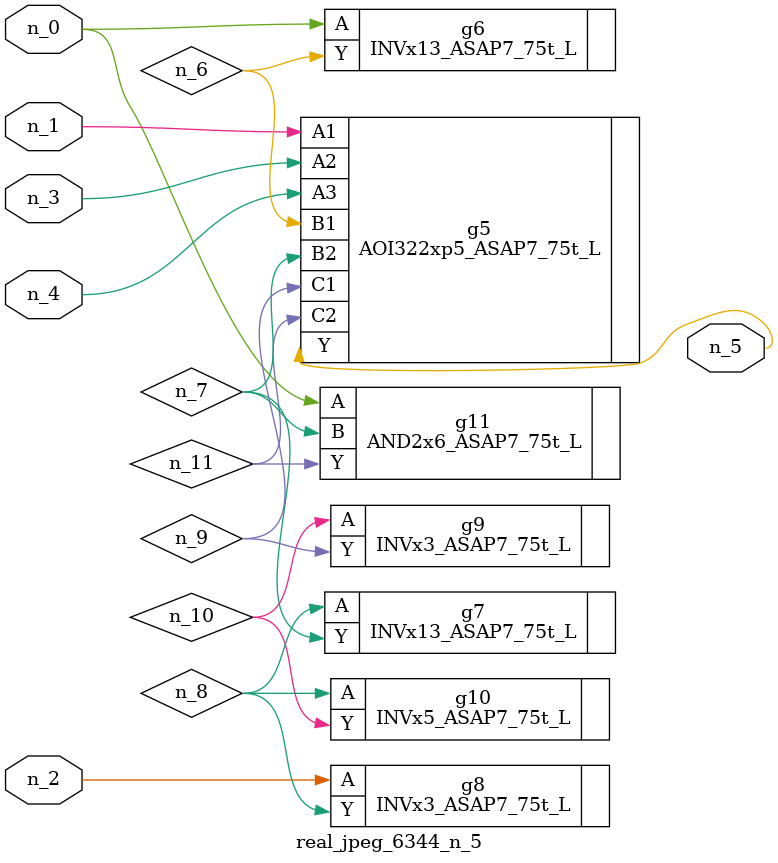
<source format=v>
module real_jpeg_6344_n_5 (n_4, n_0, n_1, n_2, n_3, n_5);

input n_4;
input n_0;
input n_1;
input n_2;
input n_3;

output n_5;

wire n_8;
wire n_11;
wire n_6;
wire n_7;
wire n_10;
wire n_9;

INVx13_ASAP7_75t_L g6 ( 
.A(n_0),
.Y(n_6)
);

AND2x6_ASAP7_75t_L g11 ( 
.A(n_0),
.B(n_7),
.Y(n_11)
);

AOI322xp5_ASAP7_75t_L g5 ( 
.A1(n_1),
.A2(n_3),
.A3(n_4),
.B1(n_6),
.B2(n_7),
.C1(n_9),
.C2(n_11),
.Y(n_5)
);

INVx3_ASAP7_75t_L g8 ( 
.A(n_2),
.Y(n_8)
);

INVx13_ASAP7_75t_L g7 ( 
.A(n_8),
.Y(n_7)
);

INVx5_ASAP7_75t_L g10 ( 
.A(n_8),
.Y(n_10)
);

INVx3_ASAP7_75t_L g9 ( 
.A(n_10),
.Y(n_9)
);


endmodule
</source>
